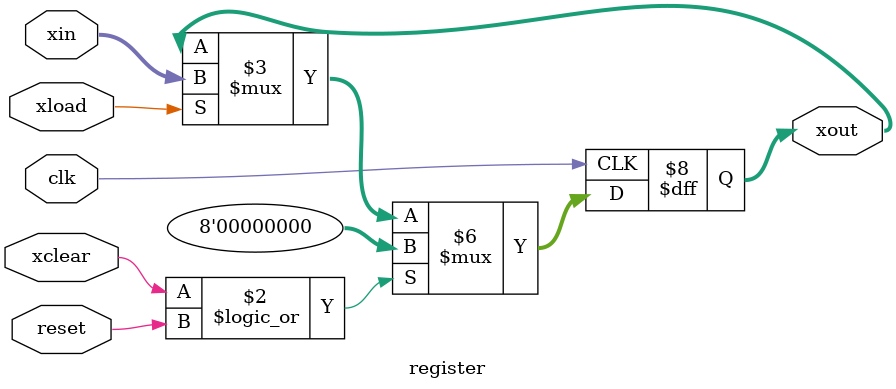
<source format=v>
`timescale 100ns/1ns
module register #(parameter WIDTH=8)
		(input clk,
		 input reset,
		 input xclear,
		 input xload,
		 input [WIDTH-1:0] xin,
		 output reg [WIDTH-1:0] xout);


always @ (posedge clk) begin
	if(xclear || reset)
		xout <= 0;
	else if(xload) begin
			xout <= xin;
	end
end

endmodule
</source>
